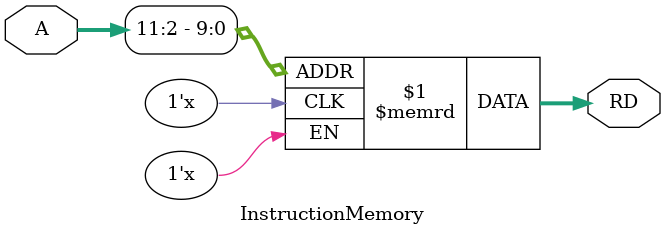
<source format=v>
`timescale 1ns/1ns

module InstructionMemory(
	input [31:0] A
	,output [31:0] RD
);

	reg [31:0] RAM [0:1023] ;		
	
//	initial
//		$readmemh("memfile.dat",RAM) ;	

	assign RD = RAM [A[11:2]] ;


endmodule

</source>
